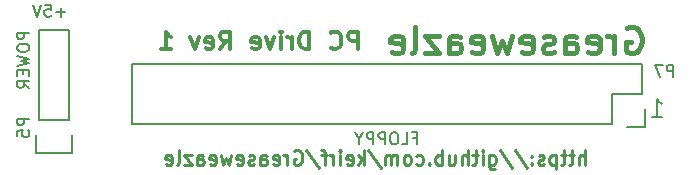
<source format=gbr>
G04 #@! TF.GenerationSoftware,KiCad,Pcbnew,(5.1.6-0-10_14)*
G04 #@! TF.CreationDate,2021-01-24T08:44:23+01:00*
G04 #@! TF.ProjectId,GW,47572e6b-6963-4616-945f-706362585858,rev?*
G04 #@! TF.SameCoordinates,Original*
G04 #@! TF.FileFunction,Legend,Bot*
G04 #@! TF.FilePolarity,Positive*
%FSLAX46Y46*%
G04 Gerber Fmt 4.6, Leading zero omitted, Abs format (unit mm)*
G04 Created by KiCad (PCBNEW (5.1.6-0-10_14)) date 2021-01-24 08:44:23*
%MOMM*%
%LPD*%
G01*
G04 APERTURE LIST*
%ADD10C,0.300000*%
%ADD11C,0.250000*%
%ADD12C,0.150000*%
%ADD13C,0.450000*%
%ADD14C,0.200000*%
G04 APERTURE END LIST*
D10*
X146751428Y-101643571D02*
X146751428Y-100143571D01*
X146180000Y-100143571D01*
X146037142Y-100215000D01*
X145965714Y-100286428D01*
X145894285Y-100429285D01*
X145894285Y-100643571D01*
X145965714Y-100786428D01*
X146037142Y-100857857D01*
X146180000Y-100929285D01*
X146751428Y-100929285D01*
X144394285Y-101500714D02*
X144465714Y-101572142D01*
X144680000Y-101643571D01*
X144822857Y-101643571D01*
X145037142Y-101572142D01*
X145180000Y-101429285D01*
X145251428Y-101286428D01*
X145322857Y-101000714D01*
X145322857Y-100786428D01*
X145251428Y-100500714D01*
X145180000Y-100357857D01*
X145037142Y-100215000D01*
X144822857Y-100143571D01*
X144680000Y-100143571D01*
X144465714Y-100215000D01*
X144394285Y-100286428D01*
X142608571Y-101643571D02*
X142608571Y-100143571D01*
X142251428Y-100143571D01*
X142037142Y-100215000D01*
X141894285Y-100357857D01*
X141822857Y-100500714D01*
X141751428Y-100786428D01*
X141751428Y-101000714D01*
X141822857Y-101286428D01*
X141894285Y-101429285D01*
X142037142Y-101572142D01*
X142251428Y-101643571D01*
X142608571Y-101643571D01*
X141108571Y-101643571D02*
X141108571Y-100643571D01*
X141108571Y-100929285D02*
X141037142Y-100786428D01*
X140965714Y-100715000D01*
X140822857Y-100643571D01*
X140680000Y-100643571D01*
X140180000Y-101643571D02*
X140180000Y-100643571D01*
X140180000Y-100143571D02*
X140251428Y-100215000D01*
X140180000Y-100286428D01*
X140108571Y-100215000D01*
X140180000Y-100143571D01*
X140180000Y-100286428D01*
X139608571Y-100643571D02*
X139251428Y-101643571D01*
X138894285Y-100643571D01*
X137751428Y-101572142D02*
X137894285Y-101643571D01*
X138180000Y-101643571D01*
X138322857Y-101572142D01*
X138394285Y-101429285D01*
X138394285Y-100857857D01*
X138322857Y-100715000D01*
X138180000Y-100643571D01*
X137894285Y-100643571D01*
X137751428Y-100715000D01*
X137680000Y-100857857D01*
X137680000Y-101000714D01*
X138394285Y-101143571D01*
X135037142Y-101643571D02*
X135537142Y-100929285D01*
X135894285Y-101643571D02*
X135894285Y-100143571D01*
X135322857Y-100143571D01*
X135180000Y-100215000D01*
X135108571Y-100286428D01*
X135037142Y-100429285D01*
X135037142Y-100643571D01*
X135108571Y-100786428D01*
X135180000Y-100857857D01*
X135322857Y-100929285D01*
X135894285Y-100929285D01*
X133822857Y-101572142D02*
X133965714Y-101643571D01*
X134251428Y-101643571D01*
X134394285Y-101572142D01*
X134465714Y-101429285D01*
X134465714Y-100857857D01*
X134394285Y-100715000D01*
X134251428Y-100643571D01*
X133965714Y-100643571D01*
X133822857Y-100715000D01*
X133751428Y-100857857D01*
X133751428Y-101000714D01*
X134465714Y-101143571D01*
X133251428Y-100643571D02*
X132894285Y-101643571D01*
X132537142Y-100643571D01*
X130037142Y-101643571D02*
X130894285Y-101643571D01*
X130465714Y-101643571D02*
X130465714Y-100143571D01*
X130608571Y-100357857D01*
X130751428Y-100500714D01*
X130894285Y-100572142D01*
D11*
X165951857Y-111413857D02*
X165951857Y-110213857D01*
X165437571Y-111413857D02*
X165437571Y-110785285D01*
X165494714Y-110671000D01*
X165609000Y-110613857D01*
X165780428Y-110613857D01*
X165894714Y-110671000D01*
X165951857Y-110728142D01*
X165037571Y-110613857D02*
X164580428Y-110613857D01*
X164866142Y-110213857D02*
X164866142Y-111242428D01*
X164809000Y-111356714D01*
X164694714Y-111413857D01*
X164580428Y-111413857D01*
X164351857Y-110613857D02*
X163894714Y-110613857D01*
X164180428Y-110213857D02*
X164180428Y-111242428D01*
X164123285Y-111356714D01*
X164009000Y-111413857D01*
X163894714Y-111413857D01*
X163494714Y-110613857D02*
X163494714Y-111813857D01*
X163494714Y-110671000D02*
X163380428Y-110613857D01*
X163151857Y-110613857D01*
X163037571Y-110671000D01*
X162980428Y-110728142D01*
X162923285Y-110842428D01*
X162923285Y-111185285D01*
X162980428Y-111299571D01*
X163037571Y-111356714D01*
X163151857Y-111413857D01*
X163380428Y-111413857D01*
X163494714Y-111356714D01*
X162466142Y-111356714D02*
X162351857Y-111413857D01*
X162123285Y-111413857D01*
X162009000Y-111356714D01*
X161951857Y-111242428D01*
X161951857Y-111185285D01*
X162009000Y-111071000D01*
X162123285Y-111013857D01*
X162294714Y-111013857D01*
X162409000Y-110956714D01*
X162466142Y-110842428D01*
X162466142Y-110785285D01*
X162409000Y-110671000D01*
X162294714Y-110613857D01*
X162123285Y-110613857D01*
X162009000Y-110671000D01*
X161437571Y-111299571D02*
X161380428Y-111356714D01*
X161437571Y-111413857D01*
X161494714Y-111356714D01*
X161437571Y-111299571D01*
X161437571Y-111413857D01*
X161437571Y-110671000D02*
X161380428Y-110728142D01*
X161437571Y-110785285D01*
X161494714Y-110728142D01*
X161437571Y-110671000D01*
X161437571Y-110785285D01*
X160009000Y-110156714D02*
X161037571Y-111699571D01*
X158751857Y-110156714D02*
X159780428Y-111699571D01*
X157837571Y-110613857D02*
X157837571Y-111585285D01*
X157894714Y-111699571D01*
X157951857Y-111756714D01*
X158066142Y-111813857D01*
X158237571Y-111813857D01*
X158351857Y-111756714D01*
X157837571Y-111356714D02*
X157951857Y-111413857D01*
X158180428Y-111413857D01*
X158294714Y-111356714D01*
X158351857Y-111299571D01*
X158409000Y-111185285D01*
X158409000Y-110842428D01*
X158351857Y-110728142D01*
X158294714Y-110671000D01*
X158180428Y-110613857D01*
X157951857Y-110613857D01*
X157837571Y-110671000D01*
X157266142Y-111413857D02*
X157266142Y-110613857D01*
X157266142Y-110213857D02*
X157323285Y-110271000D01*
X157266142Y-110328142D01*
X157209000Y-110271000D01*
X157266142Y-110213857D01*
X157266142Y-110328142D01*
X156866142Y-110613857D02*
X156409000Y-110613857D01*
X156694714Y-110213857D02*
X156694714Y-111242428D01*
X156637571Y-111356714D01*
X156523285Y-111413857D01*
X156409000Y-111413857D01*
X156009000Y-111413857D02*
X156009000Y-110213857D01*
X155494714Y-111413857D02*
X155494714Y-110785285D01*
X155551857Y-110671000D01*
X155666142Y-110613857D01*
X155837571Y-110613857D01*
X155951857Y-110671000D01*
X156009000Y-110728142D01*
X154409000Y-110613857D02*
X154409000Y-111413857D01*
X154923285Y-110613857D02*
X154923285Y-111242428D01*
X154866142Y-111356714D01*
X154751857Y-111413857D01*
X154580428Y-111413857D01*
X154466142Y-111356714D01*
X154409000Y-111299571D01*
X153837571Y-111413857D02*
X153837571Y-110213857D01*
X153837571Y-110671000D02*
X153723285Y-110613857D01*
X153494714Y-110613857D01*
X153380428Y-110671000D01*
X153323285Y-110728142D01*
X153266142Y-110842428D01*
X153266142Y-111185285D01*
X153323285Y-111299571D01*
X153380428Y-111356714D01*
X153494714Y-111413857D01*
X153723285Y-111413857D01*
X153837571Y-111356714D01*
X152751857Y-111299571D02*
X152694714Y-111356714D01*
X152751857Y-111413857D01*
X152809000Y-111356714D01*
X152751857Y-111299571D01*
X152751857Y-111413857D01*
X151666142Y-111356714D02*
X151780428Y-111413857D01*
X152009000Y-111413857D01*
X152123285Y-111356714D01*
X152180428Y-111299571D01*
X152237571Y-111185285D01*
X152237571Y-110842428D01*
X152180428Y-110728142D01*
X152123285Y-110671000D01*
X152009000Y-110613857D01*
X151780428Y-110613857D01*
X151666142Y-110671000D01*
X150980428Y-111413857D02*
X151094714Y-111356714D01*
X151151857Y-111299571D01*
X151209000Y-111185285D01*
X151209000Y-110842428D01*
X151151857Y-110728142D01*
X151094714Y-110671000D01*
X150980428Y-110613857D01*
X150809000Y-110613857D01*
X150694714Y-110671000D01*
X150637571Y-110728142D01*
X150580428Y-110842428D01*
X150580428Y-111185285D01*
X150637571Y-111299571D01*
X150694714Y-111356714D01*
X150809000Y-111413857D01*
X150980428Y-111413857D01*
X150066142Y-111413857D02*
X150066142Y-110613857D01*
X150066142Y-110728142D02*
X150009000Y-110671000D01*
X149894714Y-110613857D01*
X149723285Y-110613857D01*
X149609000Y-110671000D01*
X149551857Y-110785285D01*
X149551857Y-111413857D01*
X149551857Y-110785285D02*
X149494714Y-110671000D01*
X149380428Y-110613857D01*
X149209000Y-110613857D01*
X149094714Y-110671000D01*
X149037571Y-110785285D01*
X149037571Y-111413857D01*
X147609000Y-110156714D02*
X148637571Y-111699571D01*
X147209000Y-111413857D02*
X147209000Y-110213857D01*
X147094714Y-110956714D02*
X146751857Y-111413857D01*
X146751857Y-110613857D02*
X147209000Y-111071000D01*
X145780428Y-111356714D02*
X145894714Y-111413857D01*
X146123285Y-111413857D01*
X146237571Y-111356714D01*
X146294714Y-111242428D01*
X146294714Y-110785285D01*
X146237571Y-110671000D01*
X146123285Y-110613857D01*
X145894714Y-110613857D01*
X145780428Y-110671000D01*
X145723285Y-110785285D01*
X145723285Y-110899571D01*
X146294714Y-111013857D01*
X145209000Y-111413857D02*
X145209000Y-110613857D01*
X145209000Y-110213857D02*
X145266142Y-110271000D01*
X145209000Y-110328142D01*
X145151857Y-110271000D01*
X145209000Y-110213857D01*
X145209000Y-110328142D01*
X144637571Y-111413857D02*
X144637571Y-110613857D01*
X144637571Y-110842428D02*
X144580428Y-110728142D01*
X144523285Y-110671000D01*
X144409000Y-110613857D01*
X144294714Y-110613857D01*
X144066142Y-110613857D02*
X143609000Y-110613857D01*
X143894714Y-111413857D02*
X143894714Y-110385285D01*
X143837571Y-110271000D01*
X143723285Y-110213857D01*
X143609000Y-110213857D01*
X142351857Y-110156714D02*
X143380428Y-111699571D01*
X141323285Y-110271000D02*
X141437571Y-110213857D01*
X141609000Y-110213857D01*
X141780428Y-110271000D01*
X141894714Y-110385285D01*
X141951857Y-110499571D01*
X142009000Y-110728142D01*
X142009000Y-110899571D01*
X141951857Y-111128142D01*
X141894714Y-111242428D01*
X141780428Y-111356714D01*
X141609000Y-111413857D01*
X141494714Y-111413857D01*
X141323285Y-111356714D01*
X141266142Y-111299571D01*
X141266142Y-110899571D01*
X141494714Y-110899571D01*
X140751857Y-111413857D02*
X140751857Y-110613857D01*
X140751857Y-110842428D02*
X140694714Y-110728142D01*
X140637571Y-110671000D01*
X140523285Y-110613857D01*
X140409000Y-110613857D01*
X139551857Y-111356714D02*
X139666142Y-111413857D01*
X139894714Y-111413857D01*
X140009000Y-111356714D01*
X140066142Y-111242428D01*
X140066142Y-110785285D01*
X140009000Y-110671000D01*
X139894714Y-110613857D01*
X139666142Y-110613857D01*
X139551857Y-110671000D01*
X139494714Y-110785285D01*
X139494714Y-110899571D01*
X140066142Y-111013857D01*
X138466142Y-111413857D02*
X138466142Y-110785285D01*
X138523285Y-110671000D01*
X138637571Y-110613857D01*
X138866142Y-110613857D01*
X138980428Y-110671000D01*
X138466142Y-111356714D02*
X138580428Y-111413857D01*
X138866142Y-111413857D01*
X138980428Y-111356714D01*
X139037571Y-111242428D01*
X139037571Y-111128142D01*
X138980428Y-111013857D01*
X138866142Y-110956714D01*
X138580428Y-110956714D01*
X138466142Y-110899571D01*
X137951857Y-111356714D02*
X137837571Y-111413857D01*
X137609000Y-111413857D01*
X137494714Y-111356714D01*
X137437571Y-111242428D01*
X137437571Y-111185285D01*
X137494714Y-111071000D01*
X137609000Y-111013857D01*
X137780428Y-111013857D01*
X137894714Y-110956714D01*
X137951857Y-110842428D01*
X137951857Y-110785285D01*
X137894714Y-110671000D01*
X137780428Y-110613857D01*
X137609000Y-110613857D01*
X137494714Y-110671000D01*
X136466142Y-111356714D02*
X136580428Y-111413857D01*
X136809000Y-111413857D01*
X136923285Y-111356714D01*
X136980428Y-111242428D01*
X136980428Y-110785285D01*
X136923285Y-110671000D01*
X136809000Y-110613857D01*
X136580428Y-110613857D01*
X136466142Y-110671000D01*
X136409000Y-110785285D01*
X136409000Y-110899571D01*
X136980428Y-111013857D01*
X136009000Y-110613857D02*
X135780428Y-111413857D01*
X135551857Y-110842428D01*
X135323285Y-111413857D01*
X135094714Y-110613857D01*
X134180428Y-111356714D02*
X134294714Y-111413857D01*
X134523285Y-111413857D01*
X134637571Y-111356714D01*
X134694714Y-111242428D01*
X134694714Y-110785285D01*
X134637571Y-110671000D01*
X134523285Y-110613857D01*
X134294714Y-110613857D01*
X134180428Y-110671000D01*
X134123285Y-110785285D01*
X134123285Y-110899571D01*
X134694714Y-111013857D01*
X133094714Y-111413857D02*
X133094714Y-110785285D01*
X133151857Y-110671000D01*
X133266142Y-110613857D01*
X133494714Y-110613857D01*
X133609000Y-110671000D01*
X133094714Y-111356714D02*
X133209000Y-111413857D01*
X133494714Y-111413857D01*
X133609000Y-111356714D01*
X133666142Y-111242428D01*
X133666142Y-111128142D01*
X133609000Y-111013857D01*
X133494714Y-110956714D01*
X133209000Y-110956714D01*
X133094714Y-110899571D01*
X132637571Y-110613857D02*
X132009000Y-110613857D01*
X132637571Y-111413857D01*
X132009000Y-111413857D01*
X131380428Y-111413857D02*
X131494714Y-111356714D01*
X131551857Y-111242428D01*
X131551857Y-110213857D01*
X130466142Y-111356714D02*
X130580428Y-111413857D01*
X130809000Y-111413857D01*
X130923285Y-111356714D01*
X130980428Y-111242428D01*
X130980428Y-110785285D01*
X130923285Y-110671000D01*
X130809000Y-110613857D01*
X130580428Y-110613857D01*
X130466142Y-110671000D01*
X130409000Y-110785285D01*
X130409000Y-110899571D01*
X130980428Y-111013857D01*
D12*
X121935714Y-98496428D02*
X121173809Y-98496428D01*
X121554761Y-98877380D02*
X121554761Y-98115476D01*
X120221428Y-97877380D02*
X120697619Y-97877380D01*
X120745238Y-98353571D01*
X120697619Y-98305952D01*
X120602380Y-98258333D01*
X120364285Y-98258333D01*
X120269047Y-98305952D01*
X120221428Y-98353571D01*
X120173809Y-98448809D01*
X120173809Y-98686904D01*
X120221428Y-98782142D01*
X120269047Y-98829761D01*
X120364285Y-98877380D01*
X120602380Y-98877380D01*
X120697619Y-98829761D01*
X120745238Y-98782142D01*
X119888095Y-97877380D02*
X119554761Y-98877380D01*
X119221428Y-97877380D01*
D13*
X169481309Y-99865000D02*
X169690833Y-99760238D01*
X170005119Y-99760238D01*
X170319404Y-99865000D01*
X170528928Y-100074523D01*
X170633690Y-100284047D01*
X170738452Y-100703095D01*
X170738452Y-101017380D01*
X170633690Y-101436428D01*
X170528928Y-101645952D01*
X170319404Y-101855476D01*
X170005119Y-101960238D01*
X169795595Y-101960238D01*
X169481309Y-101855476D01*
X169376547Y-101750714D01*
X169376547Y-101017380D01*
X169795595Y-101017380D01*
X168433690Y-101960238D02*
X168433690Y-100493571D01*
X168433690Y-100912619D02*
X168328928Y-100703095D01*
X168224166Y-100598333D01*
X168014642Y-100493571D01*
X167805119Y-100493571D01*
X166233690Y-101855476D02*
X166443214Y-101960238D01*
X166862261Y-101960238D01*
X167071785Y-101855476D01*
X167176547Y-101645952D01*
X167176547Y-100807857D01*
X167071785Y-100598333D01*
X166862261Y-100493571D01*
X166443214Y-100493571D01*
X166233690Y-100598333D01*
X166128928Y-100807857D01*
X166128928Y-101017380D01*
X167176547Y-101226904D01*
X164243214Y-101960238D02*
X164243214Y-100807857D01*
X164347976Y-100598333D01*
X164557500Y-100493571D01*
X164976547Y-100493571D01*
X165186071Y-100598333D01*
X164243214Y-101855476D02*
X164452738Y-101960238D01*
X164976547Y-101960238D01*
X165186071Y-101855476D01*
X165290833Y-101645952D01*
X165290833Y-101436428D01*
X165186071Y-101226904D01*
X164976547Y-101122142D01*
X164452738Y-101122142D01*
X164243214Y-101017380D01*
X163300357Y-101855476D02*
X163090833Y-101960238D01*
X162671785Y-101960238D01*
X162462261Y-101855476D01*
X162357500Y-101645952D01*
X162357500Y-101541190D01*
X162462261Y-101331666D01*
X162671785Y-101226904D01*
X162986071Y-101226904D01*
X163195595Y-101122142D01*
X163300357Y-100912619D01*
X163300357Y-100807857D01*
X163195595Y-100598333D01*
X162986071Y-100493571D01*
X162671785Y-100493571D01*
X162462261Y-100598333D01*
X160576547Y-101855476D02*
X160786071Y-101960238D01*
X161205119Y-101960238D01*
X161414642Y-101855476D01*
X161519404Y-101645952D01*
X161519404Y-100807857D01*
X161414642Y-100598333D01*
X161205119Y-100493571D01*
X160786071Y-100493571D01*
X160576547Y-100598333D01*
X160471785Y-100807857D01*
X160471785Y-101017380D01*
X161519404Y-101226904D01*
X159738452Y-100493571D02*
X159319404Y-101960238D01*
X158900357Y-100912619D01*
X158481309Y-101960238D01*
X158062261Y-100493571D01*
X156386071Y-101855476D02*
X156595595Y-101960238D01*
X157014642Y-101960238D01*
X157224166Y-101855476D01*
X157328928Y-101645952D01*
X157328928Y-100807857D01*
X157224166Y-100598333D01*
X157014642Y-100493571D01*
X156595595Y-100493571D01*
X156386071Y-100598333D01*
X156281309Y-100807857D01*
X156281309Y-101017380D01*
X157328928Y-101226904D01*
X154395595Y-101960238D02*
X154395595Y-100807857D01*
X154500357Y-100598333D01*
X154709880Y-100493571D01*
X155128928Y-100493571D01*
X155338452Y-100598333D01*
X154395595Y-101855476D02*
X154605119Y-101960238D01*
X155128928Y-101960238D01*
X155338452Y-101855476D01*
X155443214Y-101645952D01*
X155443214Y-101436428D01*
X155338452Y-101226904D01*
X155128928Y-101122142D01*
X154605119Y-101122142D01*
X154395595Y-101017380D01*
X153557500Y-100493571D02*
X152405119Y-100493571D01*
X153557500Y-101960238D01*
X152405119Y-101960238D01*
X151252738Y-101960238D02*
X151462261Y-101855476D01*
X151567023Y-101645952D01*
X151567023Y-99760238D01*
X149576547Y-101855476D02*
X149786071Y-101960238D01*
X150205119Y-101960238D01*
X150414642Y-101855476D01*
X150519404Y-101645952D01*
X150519404Y-100807857D01*
X150414642Y-100598333D01*
X150205119Y-100493571D01*
X149786071Y-100493571D01*
X149576547Y-100598333D01*
X149471785Y-100807857D01*
X149471785Y-101017380D01*
X150519404Y-101226904D01*
D14*
X171625428Y-107371411D02*
X172482571Y-107371411D01*
X172054000Y-107371411D02*
X172054000Y-105871411D01*
X172196857Y-106085697D01*
X172339714Y-106228554D01*
X172482571Y-106299982D01*
D12*
X119697500Y-107632500D02*
X119697500Y-100012500D01*
X122237500Y-107632500D02*
X122237500Y-100012500D01*
X122517500Y-110452500D02*
X122517500Y-108902500D01*
X119697500Y-100012500D02*
X122237500Y-100012500D01*
X122237500Y-107632500D02*
X119697500Y-107632500D01*
X119417500Y-108902500D02*
X119417500Y-110452500D01*
X119417500Y-110452500D02*
X122517500Y-110452500D01*
X127604000Y-102882840D02*
X170784000Y-102882840D01*
X168244000Y-107962840D02*
X127604000Y-107962840D01*
X127604000Y-102882840D02*
X127604000Y-107962840D01*
X170784000Y-102882840D02*
X170784000Y-105422840D01*
X171064000Y-106692840D02*
X171064000Y-108242840D01*
X170784000Y-105422840D02*
X168244000Y-105422840D01*
X168244000Y-105422840D02*
X168244000Y-107962840D01*
X171064000Y-108242840D02*
X169514000Y-108242840D01*
X118879880Y-107529404D02*
X117879880Y-107529404D01*
X117879880Y-107910357D01*
X117927500Y-108005595D01*
X117975119Y-108053214D01*
X118070357Y-108100833D01*
X118213214Y-108100833D01*
X118308452Y-108053214D01*
X118356071Y-108005595D01*
X118403690Y-107910357D01*
X118403690Y-107529404D01*
X117879880Y-109005595D02*
X117879880Y-108529404D01*
X118356071Y-108481785D01*
X118308452Y-108529404D01*
X118260833Y-108624642D01*
X118260833Y-108862738D01*
X118308452Y-108957976D01*
X118356071Y-109005595D01*
X118451309Y-109053214D01*
X118689404Y-109053214D01*
X118784642Y-109005595D01*
X118832261Y-108957976D01*
X118879880Y-108862738D01*
X118879880Y-108624642D01*
X118832261Y-108529404D01*
X118784642Y-108481785D01*
X118879880Y-100242976D02*
X117879880Y-100242976D01*
X117879880Y-100623928D01*
X117927500Y-100719166D01*
X117975119Y-100766785D01*
X118070357Y-100814404D01*
X118213214Y-100814404D01*
X118308452Y-100766785D01*
X118356071Y-100719166D01*
X118403690Y-100623928D01*
X118403690Y-100242976D01*
X117879880Y-101433452D02*
X117879880Y-101623928D01*
X117927500Y-101719166D01*
X118022738Y-101814404D01*
X118213214Y-101862023D01*
X118546547Y-101862023D01*
X118737023Y-101814404D01*
X118832261Y-101719166D01*
X118879880Y-101623928D01*
X118879880Y-101433452D01*
X118832261Y-101338214D01*
X118737023Y-101242976D01*
X118546547Y-101195357D01*
X118213214Y-101195357D01*
X118022738Y-101242976D01*
X117927500Y-101338214D01*
X117879880Y-101433452D01*
X117879880Y-102195357D02*
X118879880Y-102433452D01*
X118165595Y-102623928D01*
X118879880Y-102814404D01*
X117879880Y-103052500D01*
X118356071Y-103433452D02*
X118356071Y-103766785D01*
X118879880Y-103909642D02*
X118879880Y-103433452D01*
X117879880Y-103433452D01*
X117879880Y-103909642D01*
X118879880Y-104909642D02*
X118403690Y-104576309D01*
X118879880Y-104338214D02*
X117879880Y-104338214D01*
X117879880Y-104719166D01*
X117927500Y-104814404D01*
X117975119Y-104862023D01*
X118070357Y-104909642D01*
X118213214Y-104909642D01*
X118308452Y-104862023D01*
X118356071Y-104814404D01*
X118403690Y-104719166D01*
X118403690Y-104338214D01*
X173427095Y-103970220D02*
X173427095Y-102970220D01*
X173046142Y-102970220D01*
X172950904Y-103017840D01*
X172903285Y-103065459D01*
X172855666Y-103160697D01*
X172855666Y-103303554D01*
X172903285Y-103398792D01*
X172950904Y-103446411D01*
X173046142Y-103494030D01*
X173427095Y-103494030D01*
X172522333Y-102970220D02*
X171855666Y-102970220D01*
X172284238Y-103970220D01*
X151408285Y-109161411D02*
X151741619Y-109161411D01*
X151741619Y-109685220D02*
X151741619Y-108685220D01*
X151265428Y-108685220D01*
X150408285Y-109685220D02*
X150884476Y-109685220D01*
X150884476Y-108685220D01*
X149884476Y-108685220D02*
X149694000Y-108685220D01*
X149598761Y-108732840D01*
X149503523Y-108828078D01*
X149455904Y-109018554D01*
X149455904Y-109351887D01*
X149503523Y-109542363D01*
X149598761Y-109637601D01*
X149694000Y-109685220D01*
X149884476Y-109685220D01*
X149979714Y-109637601D01*
X150074952Y-109542363D01*
X150122571Y-109351887D01*
X150122571Y-109018554D01*
X150074952Y-108828078D01*
X149979714Y-108732840D01*
X149884476Y-108685220D01*
X149027333Y-109685220D02*
X149027333Y-108685220D01*
X148646380Y-108685220D01*
X148551142Y-108732840D01*
X148503523Y-108780459D01*
X148455904Y-108875697D01*
X148455904Y-109018554D01*
X148503523Y-109113792D01*
X148551142Y-109161411D01*
X148646380Y-109209030D01*
X149027333Y-109209030D01*
X148027333Y-109685220D02*
X148027333Y-108685220D01*
X147646380Y-108685220D01*
X147551142Y-108732840D01*
X147503523Y-108780459D01*
X147455904Y-108875697D01*
X147455904Y-109018554D01*
X147503523Y-109113792D01*
X147551142Y-109161411D01*
X147646380Y-109209030D01*
X148027333Y-109209030D01*
X146836857Y-109209030D02*
X146836857Y-109685220D01*
X147170190Y-108685220D02*
X146836857Y-109209030D01*
X146503523Y-108685220D01*
M02*

</source>
